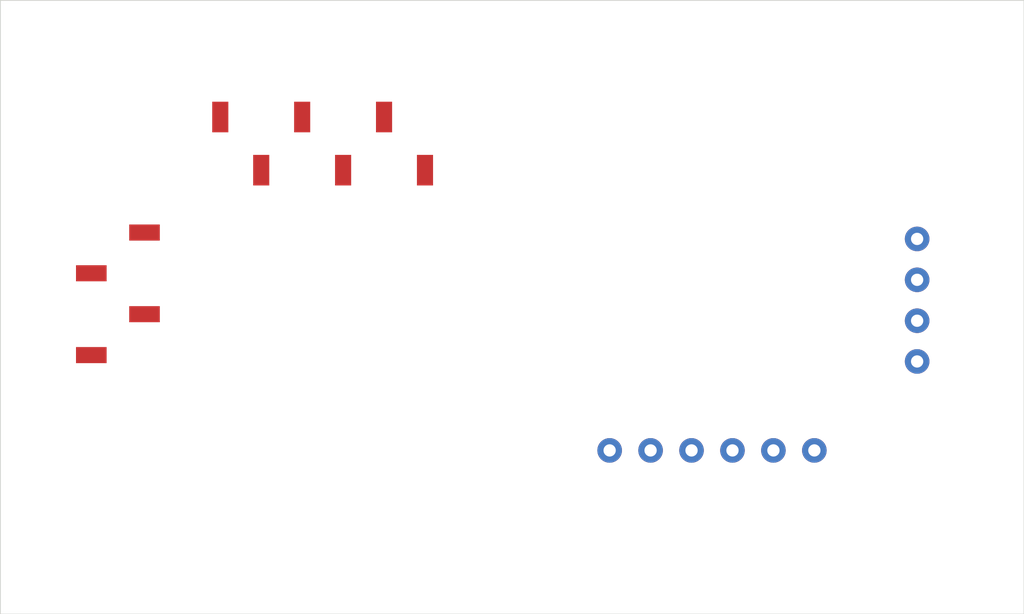
<source format=kicad_pcb>
(kicad_pcb (version 20171130) (host pcbnew 5.1.5-52549c5~84~ubuntu18.04.1)

  (general
    (thickness 1.6)
    (drawings 4)
    (tracks 0)
    (zones 0)
    (modules 2)
    (nets 1)
  )

  (page A4)
  (layers
    (0 F.Cu signal)
    (31 B.Cu signal)
    (32 B.Adhes user)
    (33 F.Adhes user)
    (34 B.Paste user)
    (35 F.Paste user)
    (36 B.SilkS user)
    (37 F.SilkS user)
    (38 B.Mask user)
    (39 F.Mask user)
    (40 Dwgs.User user)
    (41 Cmts.User user)
    (42 Eco1.User user)
    (43 Eco2.User user)
    (44 Edge.Cuts user)
    (45 Margin user)
    (46 B.CrtYd user)
    (47 F.CrtYd user)
    (48 B.Fab user)
    (49 F.Fab user)
  )

  (setup
    (last_trace_width 0.25)
    (trace_clearance 0.2)
    (zone_clearance 0.508)
    (zone_45_only no)
    (trace_min 0.2)
    (via_size 0.8)
    (via_drill 0.4)
    (via_min_size 0.4)
    (via_min_drill 0.3)
    (uvia_size 0.3)
    (uvia_drill 0.1)
    (uvias_allowed no)
    (uvia_min_size 0.2)
    (uvia_min_drill 0.1)
    (edge_width 0.05)
    (segment_width 0.2)
    (pcb_text_width 0.3)
    (pcb_text_size 1.5 1.5)
    (mod_edge_width 0.12)
    (mod_text_size 1 1)
    (mod_text_width 0.15)
    (pad_size 1.524 1.524)
    (pad_drill 0.762)
    (pad_to_mask_clearance 0.051)
    (solder_mask_min_width 0.25)
    (aux_axis_origin 0 0)
    (visible_elements FFFFFF7F)
    (pcbplotparams
      (layerselection 0x010fc_ffffffff)
      (usegerberextensions false)
      (usegerberattributes false)
      (usegerberadvancedattributes false)
      (creategerberjobfile false)
      (excludeedgelayer true)
      (linewidth 0.100000)
      (plotframeref false)
      (viasonmask false)
      (mode 1)
      (useauxorigin false)
      (hpglpennumber 1)
      (hpglpenspeed 20)
      (hpglpendiameter 15.000000)
      (psnegative false)
      (psa4output false)
      (plotreference true)
      (plotvalue true)
      (plotinvisibletext false)
      (padsonsilk false)
      (subtractmaskfromsilk false)
      (outputformat 1)
      (mirror false)
      (drillshape 1)
      (scaleselection 1)
      (outputdirectory ""))
  )

  (net 0 "")

  (net_class Default "This is the default net class."
    (clearance 0.2)
    (trace_width 0.25)
    (via_dia 0.8)
    (via_drill 0.4)
    (uvia_dia 0.3)
    (uvia_drill 0.1)
  )

  (module Module:Serpente_THT_Reverse (layer F.Cu) (tedit 5DADEAB3) (tstamp 5DAE56A6)
    (at 184.15 104.14)
    (fp_text reference J2 (at -0.3556 4.2418) (layer F.Fab)
      (effects (font (size 1 1) (thickness 0.15)))
    )
    (fp_text value Serpente_THT_Reverse (at -0.1524 5.4102 180) (layer F.Fab)
      (effects (font (size 1 1) (thickness 0.15)))
    )
    (fp_line (start 15.1892 3.175) (end -8.7048 3.175) (layer F.Fab) (width 0.15))
    (fp_line (start 7.7216 -15.75) (end 15.1892 -15.75) (layer F.Fab) (width 0.15))
    (fp_line (start -4.3084 -24.765) (end -4.318 -15.75) (layer F.Fab) (width 0.15))
    (fp_line (start -4.3084 -24.765) (end 7.7216 -24.765) (layer F.Fab) (width 0.15))
    (fp_line (start 15.1892 -15.75) (end 15.1892 3.175) (layer F.Fab) (width 0.15))
    (fp_line (start -4.318 -15.75) (end -8.7048 -15.75) (layer F.Fab) (width 0.15))
    (fp_line (start -8.7048 -15.75) (end -8.7048 3.175) (layer F.Fab) (width 0.15))
    (fp_line (start 7.7216 -24.765) (end 7.7216 -15.75) (layer F.Fab) (width 0.15))
    (pad 10 thru_hole circle (at 12.4206 -13.1318) (size 1.524 1.524) (drill 0.762) (layers *.Cu *.Mask))
    (pad 9 thru_hole circle (at 12.4206 -10.5918) (size 1.524 1.524) (drill 0.762) (layers *.Cu *.Mask))
    (pad 8 thru_hole circle (at 12.4206 -8.0518) (size 1.524 1.524) (drill 0.762) (layers *.Cu *.Mask))
    (pad 7 thru_hole circle (at 12.4206 -5.5236) (size 1.524 1.524) (drill 0.762) (layers *.Cu *.Mask))
    (pad 1 thru_hole circle (at 6.0452 0) (size 1.524 1.524) (drill 0.762) (layers *.Cu *.Mask))
    (pad 2 thru_hole circle (at 3.5052 0) (size 1.524 1.524) (drill 0.762) (layers *.Cu *.Mask))
    (pad 3 thru_hole circle (at 0.9652 0) (size 1.524 1.524) (drill 0.762) (layers *.Cu *.Mask))
    (pad 4 thru_hole circle (at -1.5748 0) (size 1.524 1.524) (drill 0.762) (layers *.Cu *.Mask))
    (pad 5 thru_hole circle (at -4.1148 0) (size 1.524 1.524) (drill 0.762) (layers *.Cu *.Mask))
    (pad 6 thru_hole circle (at -6.6548 0) (size 1.524 1.524) (drill 0.762) (layers *.Cu *.Mask))
    (model ${KISYS3DMOD}/Connector_PinSocket_2.54mm.3dshapes/PinSocket_1x04_P2.54mm_Vertical.wrl
      (offset (xyz 12.4 13.1 0))
      (scale (xyz 1 1 1))
      (rotate (xyz 0 0 0))
    )
    (model ${KISYS3DMOD}/Connector_PinSocket_2.54mm.3dshapes/PinSocket_1x06_P2.54mm_Vertical.wrl
      (offset (xyz 6 0 0))
      (scale (xyz 1 1 1))
      (rotate (xyz 0 0 90))
    )
    (model ${KISYS3DMOD}/Module.3dshapes/serpente_plug.wrl
      (offset (xyz 2.2 7.7 10.5))
      (scale (xyz 0.3937 0.3937 0.3937))
      (rotate (xyz 180 0 90))
    )
  )

  (module Module:Serpente_SMD_Reverse (layer F.Cu) (tedit 5DADE35A) (tstamp 5DAE1D2A)
    (at 159.385 85.09 180)
    (fp_text reference J2 (at 0 -25.781) (layer F.Fab)
      (effects (font (size 1 1) (thickness 0.15)))
    )
    (fp_text value Serpente_SMD_Reverse (at -0.1524 5.4102 180) (layer F.Fab)
      (effects (font (size 1 1) (thickness 0.15)))
    )
    (fp_circle (center 12.440226 -5.5236) (end 13.338252 -5.5236) (layer F.Fab) (width 0.12))
    (fp_line (start 7.7216 -24.765) (end 7.7216 -15.75) (layer F.Fab) (width 0.15))
    (fp_line (start -8.7048 -15.75) (end -8.7048 3.175) (layer F.Fab) (width 0.15))
    (fp_line (start -4.318 -15.75) (end -8.7048 -15.75) (layer F.Fab) (width 0.15))
    (fp_line (start 15.1892 -15.75) (end 15.1892 3.175) (layer F.Fab) (width 0.15))
    (fp_line (start -4.3084 -24.765) (end 7.7216 -24.765) (layer F.Fab) (width 0.15))
    (fp_line (start -4.3084 -24.765) (end -4.318 -15.75) (layer F.Fab) (width 0.15))
    (fp_line (start 7.7216 -15.75) (end 15.1892 -15.75) (layer F.Fab) (width 0.15))
    (fp_line (start 15.1892 3.175) (end -8.7048 3.175) (layer F.Fab) (width 0.15))
    (fp_circle (center 12.4206 -13.1572) (end 11.522574 -13.1572) (layer F.Fab) (width 0.12))
    (fp_circle (center 12.4206 -10.5918) (end 11.522574 -10.5918) (layer F.Fab) (width 0.12))
    (fp_circle (center 12.4206 -8.0518) (end 11.522574 -8.0518) (layer F.Fab) (width 0.12))
    (fp_circle (center 6.054226 -0.0254) (end 5.1562 -0.0254) (layer F.Fab) (width 0.12))
    (fp_circle (center 3.514226 0) (end 2.6162 0) (layer F.Fab) (width 0.12))
    (fp_circle (center 0.974226 0) (end 0.0762 0) (layer F.Fab) (width 0.12))
    (fp_circle (center -1.565774 0) (end -2.4638 0) (layer F.Fab) (width 0.12))
    (fp_circle (center -4.131174 0) (end -5.0292 0) (layer F.Fab) (width 0.12))
    (fp_circle (center -6.645774 0) (end -7.5438 0) (layer F.Fab) (width 0.12))
    (pad 7 smd rect (at 10.7452 -5.5236 180) (size 1.9 1) (layers F.Cu F.Paste F.Mask))
    (pad 10 smd rect (at 14.0452 -13.1318 180) (size 1.9 1) (layers F.Cu F.Paste F.Mask))
    (pad 9 smd rect (at 10.7452 -10.5918 180) (size 1.9 1) (layers F.Cu F.Paste F.Mask))
    (pad 8 smd rect (at 14.0452 -8.0518 180) (size 1.9 1) (layers F.Cu F.Paste F.Mask))
    (pad 1 smd rect (at 6.0452 1.65 270) (size 1.9 1) (layers F.Cu F.Paste F.Mask))
    (pad 2 smd rect (at 3.5052 -1.65 270) (size 1.9 1) (layers F.Cu F.Paste F.Mask))
    (pad 3 smd rect (at 0.9652 1.65 270) (size 1.9 1) (layers F.Cu F.Paste F.Mask))
    (pad 4 smd rect (at -1.5748 -1.65 270) (size 1.9 1) (layers F.Cu F.Paste F.Mask))
    (pad 5 smd rect (at -4.1148 1.65 270) (size 1.9 1) (layers F.Cu F.Paste F.Mask))
    (pad 6 smd rect (at -6.6548 -1.65 270) (size 1.9 1) (layers F.Cu F.Paste F.Mask))
    (model ${KISYS3DMOD}/Connector_PinSocket_2.54mm.3dshapes/PinSocket_1x04_P2.54mm_Vertical_SMD_Pin1Right.wrl
      (offset (xyz 12.4 9.300000000000001 0))
      (scale (xyz 1 1 1))
      (rotate (xyz 0 0 0))
    )
    (model ${KISYS3DMOD}/Connector_PinSocket_2.54mm.3dshapes/PinSocket_1x06_P2.54mm_Vertical_SMD_Pin1Right.step
      (offset (xyz -0.3 0 0))
      (scale (xyz 1 1 1))
      (rotate (xyz 0 0 90))
    )
    (model ${KISYS3DMOD}/Module.3dshapes/serpente_plug.wrl
      (offset (xyz 2.2 7.7 11))
      (scale (xyz 0.3937 0.3937 0.3937))
      (rotate (xyz 180 0 90))
    )
  )

  (gr_line (start 139.7 76.2) (end 139.7 114.3) (layer Edge.Cuts) (width 0.05) (tstamp 5DAE56BC))
  (gr_line (start 203.2 76.2) (end 139.7 76.2) (layer Edge.Cuts) (width 0.05))
  (gr_line (start 203.2 114.3) (end 203.2 76.2) (layer Edge.Cuts) (width 0.05))
  (gr_line (start 139.7 114.3) (end 203.2 114.3) (layer Edge.Cuts) (width 0.05))

)

</source>
